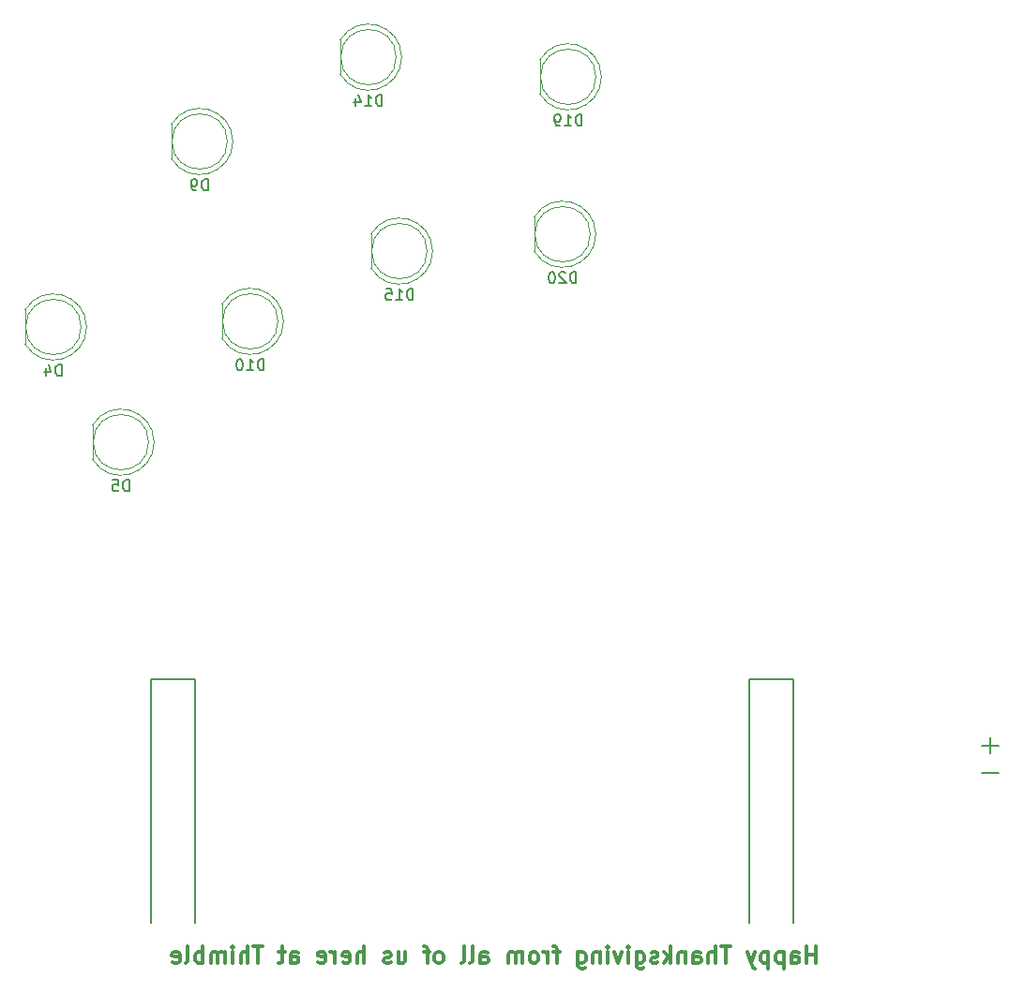
<source format=gbr>
G04 #@! TF.FileFunction,Legend,Bot*
%FSLAX46Y46*%
G04 Gerber Fmt 4.6, Leading zero omitted, Abs format (unit mm)*
G04 Created by KiCad (PCBNEW 4.0.6) date 11/09/17 18:16:21*
%MOMM*%
%LPD*%
G01*
G04 APERTURE LIST*
%ADD10C,0.100000*%
%ADD11C,0.200000*%
%ADD12C,0.300000*%
%ADD13C,0.120000*%
%ADD14C,0.150000*%
G04 APERTURE END LIST*
D10*
D11*
X191000000Y-131500000D02*
X192500000Y-131500000D01*
X191750000Y-128250000D02*
X191750000Y-129750000D01*
X191000000Y-129000000D02*
X192500000Y-129000000D01*
D12*
X176035714Y-148678571D02*
X176035714Y-147178571D01*
X176035714Y-147892857D02*
X175178571Y-147892857D01*
X175178571Y-148678571D02*
X175178571Y-147178571D01*
X173821428Y-148678571D02*
X173821428Y-147892857D01*
X173892857Y-147750000D01*
X174035714Y-147678571D01*
X174321428Y-147678571D01*
X174464285Y-147750000D01*
X173821428Y-148607143D02*
X173964285Y-148678571D01*
X174321428Y-148678571D01*
X174464285Y-148607143D01*
X174535714Y-148464286D01*
X174535714Y-148321429D01*
X174464285Y-148178571D01*
X174321428Y-148107143D01*
X173964285Y-148107143D01*
X173821428Y-148035714D01*
X173107142Y-147678571D02*
X173107142Y-149178571D01*
X173107142Y-147750000D02*
X172964285Y-147678571D01*
X172678571Y-147678571D01*
X172535714Y-147750000D01*
X172464285Y-147821429D01*
X172392856Y-147964286D01*
X172392856Y-148392857D01*
X172464285Y-148535714D01*
X172535714Y-148607143D01*
X172678571Y-148678571D01*
X172964285Y-148678571D01*
X173107142Y-148607143D01*
X171749999Y-147678571D02*
X171749999Y-149178571D01*
X171749999Y-147750000D02*
X171607142Y-147678571D01*
X171321428Y-147678571D01*
X171178571Y-147750000D01*
X171107142Y-147821429D01*
X171035713Y-147964286D01*
X171035713Y-148392857D01*
X171107142Y-148535714D01*
X171178571Y-148607143D01*
X171321428Y-148678571D01*
X171607142Y-148678571D01*
X171749999Y-148607143D01*
X170535713Y-147678571D02*
X170178570Y-148678571D01*
X169821428Y-147678571D02*
X170178570Y-148678571D01*
X170321428Y-149035714D01*
X170392856Y-149107143D01*
X170535713Y-149178571D01*
X168321428Y-147178571D02*
X167464285Y-147178571D01*
X167892856Y-148678571D02*
X167892856Y-147178571D01*
X166964285Y-148678571D02*
X166964285Y-147178571D01*
X166321428Y-148678571D02*
X166321428Y-147892857D01*
X166392857Y-147750000D01*
X166535714Y-147678571D01*
X166749999Y-147678571D01*
X166892857Y-147750000D01*
X166964285Y-147821429D01*
X164964285Y-148678571D02*
X164964285Y-147892857D01*
X165035714Y-147750000D01*
X165178571Y-147678571D01*
X165464285Y-147678571D01*
X165607142Y-147750000D01*
X164964285Y-148607143D02*
X165107142Y-148678571D01*
X165464285Y-148678571D01*
X165607142Y-148607143D01*
X165678571Y-148464286D01*
X165678571Y-148321429D01*
X165607142Y-148178571D01*
X165464285Y-148107143D01*
X165107142Y-148107143D01*
X164964285Y-148035714D01*
X164249999Y-147678571D02*
X164249999Y-148678571D01*
X164249999Y-147821429D02*
X164178571Y-147750000D01*
X164035713Y-147678571D01*
X163821428Y-147678571D01*
X163678571Y-147750000D01*
X163607142Y-147892857D01*
X163607142Y-148678571D01*
X162892856Y-148678571D02*
X162892856Y-147178571D01*
X162749999Y-148107143D02*
X162321428Y-148678571D01*
X162321428Y-147678571D02*
X162892856Y-148250000D01*
X161749999Y-148607143D02*
X161607142Y-148678571D01*
X161321427Y-148678571D01*
X161178570Y-148607143D01*
X161107142Y-148464286D01*
X161107142Y-148392857D01*
X161178570Y-148250000D01*
X161321427Y-148178571D01*
X161535713Y-148178571D01*
X161678570Y-148107143D01*
X161749999Y-147964286D01*
X161749999Y-147892857D01*
X161678570Y-147750000D01*
X161535713Y-147678571D01*
X161321427Y-147678571D01*
X161178570Y-147750000D01*
X159821427Y-147678571D02*
X159821427Y-148892857D01*
X159892856Y-149035714D01*
X159964284Y-149107143D01*
X160107141Y-149178571D01*
X160321427Y-149178571D01*
X160464284Y-149107143D01*
X159821427Y-148607143D02*
X159964284Y-148678571D01*
X160249998Y-148678571D01*
X160392856Y-148607143D01*
X160464284Y-148535714D01*
X160535713Y-148392857D01*
X160535713Y-147964286D01*
X160464284Y-147821429D01*
X160392856Y-147750000D01*
X160249998Y-147678571D01*
X159964284Y-147678571D01*
X159821427Y-147750000D01*
X159107141Y-148678571D02*
X159107141Y-147678571D01*
X159107141Y-147178571D02*
X159178570Y-147250000D01*
X159107141Y-147321429D01*
X159035713Y-147250000D01*
X159107141Y-147178571D01*
X159107141Y-147321429D01*
X158535712Y-147678571D02*
X158178569Y-148678571D01*
X157821427Y-147678571D01*
X157249998Y-148678571D02*
X157249998Y-147678571D01*
X157249998Y-147178571D02*
X157321427Y-147250000D01*
X157249998Y-147321429D01*
X157178570Y-147250000D01*
X157249998Y-147178571D01*
X157249998Y-147321429D01*
X156535712Y-147678571D02*
X156535712Y-148678571D01*
X156535712Y-147821429D02*
X156464284Y-147750000D01*
X156321426Y-147678571D01*
X156107141Y-147678571D01*
X155964284Y-147750000D01*
X155892855Y-147892857D01*
X155892855Y-148678571D01*
X154535712Y-147678571D02*
X154535712Y-148892857D01*
X154607141Y-149035714D01*
X154678569Y-149107143D01*
X154821426Y-149178571D01*
X155035712Y-149178571D01*
X155178569Y-149107143D01*
X154535712Y-148607143D02*
X154678569Y-148678571D01*
X154964283Y-148678571D01*
X155107141Y-148607143D01*
X155178569Y-148535714D01*
X155249998Y-148392857D01*
X155249998Y-147964286D01*
X155178569Y-147821429D01*
X155107141Y-147750000D01*
X154964283Y-147678571D01*
X154678569Y-147678571D01*
X154535712Y-147750000D01*
X152892855Y-147678571D02*
X152321426Y-147678571D01*
X152678569Y-148678571D02*
X152678569Y-147392857D01*
X152607141Y-147250000D01*
X152464283Y-147178571D01*
X152321426Y-147178571D01*
X151821426Y-148678571D02*
X151821426Y-147678571D01*
X151821426Y-147964286D02*
X151749998Y-147821429D01*
X151678569Y-147750000D01*
X151535712Y-147678571D01*
X151392855Y-147678571D01*
X150678569Y-148678571D02*
X150821427Y-148607143D01*
X150892855Y-148535714D01*
X150964284Y-148392857D01*
X150964284Y-147964286D01*
X150892855Y-147821429D01*
X150821427Y-147750000D01*
X150678569Y-147678571D01*
X150464284Y-147678571D01*
X150321427Y-147750000D01*
X150249998Y-147821429D01*
X150178569Y-147964286D01*
X150178569Y-148392857D01*
X150249998Y-148535714D01*
X150321427Y-148607143D01*
X150464284Y-148678571D01*
X150678569Y-148678571D01*
X149535712Y-148678571D02*
X149535712Y-147678571D01*
X149535712Y-147821429D02*
X149464284Y-147750000D01*
X149321426Y-147678571D01*
X149107141Y-147678571D01*
X148964284Y-147750000D01*
X148892855Y-147892857D01*
X148892855Y-148678571D01*
X148892855Y-147892857D02*
X148821426Y-147750000D01*
X148678569Y-147678571D01*
X148464284Y-147678571D01*
X148321426Y-147750000D01*
X148249998Y-147892857D01*
X148249998Y-148678571D01*
X145749998Y-148678571D02*
X145749998Y-147892857D01*
X145821427Y-147750000D01*
X145964284Y-147678571D01*
X146249998Y-147678571D01*
X146392855Y-147750000D01*
X145749998Y-148607143D02*
X145892855Y-148678571D01*
X146249998Y-148678571D01*
X146392855Y-148607143D01*
X146464284Y-148464286D01*
X146464284Y-148321429D01*
X146392855Y-148178571D01*
X146249998Y-148107143D01*
X145892855Y-148107143D01*
X145749998Y-148035714D01*
X144821426Y-148678571D02*
X144964284Y-148607143D01*
X145035712Y-148464286D01*
X145035712Y-147178571D01*
X144035712Y-148678571D02*
X144178570Y-148607143D01*
X144249998Y-148464286D01*
X144249998Y-147178571D01*
X142107141Y-148678571D02*
X142249999Y-148607143D01*
X142321427Y-148535714D01*
X142392856Y-148392857D01*
X142392856Y-147964286D01*
X142321427Y-147821429D01*
X142249999Y-147750000D01*
X142107141Y-147678571D01*
X141892856Y-147678571D01*
X141749999Y-147750000D01*
X141678570Y-147821429D01*
X141607141Y-147964286D01*
X141607141Y-148392857D01*
X141678570Y-148535714D01*
X141749999Y-148607143D01*
X141892856Y-148678571D01*
X142107141Y-148678571D01*
X141178570Y-147678571D02*
X140607141Y-147678571D01*
X140964284Y-148678571D02*
X140964284Y-147392857D01*
X140892856Y-147250000D01*
X140749998Y-147178571D01*
X140607141Y-147178571D01*
X138321427Y-147678571D02*
X138321427Y-148678571D01*
X138964284Y-147678571D02*
X138964284Y-148464286D01*
X138892856Y-148607143D01*
X138749998Y-148678571D01*
X138535713Y-148678571D01*
X138392856Y-148607143D01*
X138321427Y-148535714D01*
X137678570Y-148607143D02*
X137535713Y-148678571D01*
X137249998Y-148678571D01*
X137107141Y-148607143D01*
X137035713Y-148464286D01*
X137035713Y-148392857D01*
X137107141Y-148250000D01*
X137249998Y-148178571D01*
X137464284Y-148178571D01*
X137607141Y-148107143D01*
X137678570Y-147964286D01*
X137678570Y-147892857D01*
X137607141Y-147750000D01*
X137464284Y-147678571D01*
X137249998Y-147678571D01*
X137107141Y-147750000D01*
X135249998Y-148678571D02*
X135249998Y-147178571D01*
X134607141Y-148678571D02*
X134607141Y-147892857D01*
X134678570Y-147750000D01*
X134821427Y-147678571D01*
X135035712Y-147678571D01*
X135178570Y-147750000D01*
X135249998Y-147821429D01*
X133321427Y-148607143D02*
X133464284Y-148678571D01*
X133749998Y-148678571D01*
X133892855Y-148607143D01*
X133964284Y-148464286D01*
X133964284Y-147892857D01*
X133892855Y-147750000D01*
X133749998Y-147678571D01*
X133464284Y-147678571D01*
X133321427Y-147750000D01*
X133249998Y-147892857D01*
X133249998Y-148035714D01*
X133964284Y-148178571D01*
X132607141Y-148678571D02*
X132607141Y-147678571D01*
X132607141Y-147964286D02*
X132535713Y-147821429D01*
X132464284Y-147750000D01*
X132321427Y-147678571D01*
X132178570Y-147678571D01*
X131107142Y-148607143D02*
X131249999Y-148678571D01*
X131535713Y-148678571D01*
X131678570Y-148607143D01*
X131749999Y-148464286D01*
X131749999Y-147892857D01*
X131678570Y-147750000D01*
X131535713Y-147678571D01*
X131249999Y-147678571D01*
X131107142Y-147750000D01*
X131035713Y-147892857D01*
X131035713Y-148035714D01*
X131749999Y-148178571D01*
X128607142Y-148678571D02*
X128607142Y-147892857D01*
X128678571Y-147750000D01*
X128821428Y-147678571D01*
X129107142Y-147678571D01*
X129249999Y-147750000D01*
X128607142Y-148607143D02*
X128749999Y-148678571D01*
X129107142Y-148678571D01*
X129249999Y-148607143D01*
X129321428Y-148464286D01*
X129321428Y-148321429D01*
X129249999Y-148178571D01*
X129107142Y-148107143D01*
X128749999Y-148107143D01*
X128607142Y-148035714D01*
X128107142Y-147678571D02*
X127535713Y-147678571D01*
X127892856Y-147178571D02*
X127892856Y-148464286D01*
X127821428Y-148607143D01*
X127678570Y-148678571D01*
X127535713Y-148678571D01*
X126107142Y-147178571D02*
X125249999Y-147178571D01*
X125678570Y-148678571D02*
X125678570Y-147178571D01*
X124749999Y-148678571D02*
X124749999Y-147178571D01*
X124107142Y-148678571D02*
X124107142Y-147892857D01*
X124178571Y-147750000D01*
X124321428Y-147678571D01*
X124535713Y-147678571D01*
X124678571Y-147750000D01*
X124749999Y-147821429D01*
X123392856Y-148678571D02*
X123392856Y-147678571D01*
X123392856Y-147178571D02*
X123464285Y-147250000D01*
X123392856Y-147321429D01*
X123321428Y-147250000D01*
X123392856Y-147178571D01*
X123392856Y-147321429D01*
X122678570Y-148678571D02*
X122678570Y-147678571D01*
X122678570Y-147821429D02*
X122607142Y-147750000D01*
X122464284Y-147678571D01*
X122249999Y-147678571D01*
X122107142Y-147750000D01*
X122035713Y-147892857D01*
X122035713Y-148678571D01*
X122035713Y-147892857D02*
X121964284Y-147750000D01*
X121821427Y-147678571D01*
X121607142Y-147678571D01*
X121464284Y-147750000D01*
X121392856Y-147892857D01*
X121392856Y-148678571D01*
X120678570Y-148678571D02*
X120678570Y-147178571D01*
X120678570Y-147750000D02*
X120535713Y-147678571D01*
X120249999Y-147678571D01*
X120107142Y-147750000D01*
X120035713Y-147821429D01*
X119964284Y-147964286D01*
X119964284Y-148392857D01*
X120035713Y-148535714D01*
X120107142Y-148607143D01*
X120249999Y-148678571D01*
X120535713Y-148678571D01*
X120678570Y-148607143D01*
X119107141Y-148678571D02*
X119249999Y-148607143D01*
X119321427Y-148464286D01*
X119321427Y-147178571D01*
X117964285Y-148607143D02*
X118107142Y-148678571D01*
X118392856Y-148678571D01*
X118535713Y-148607143D01*
X118607142Y-148464286D01*
X118607142Y-147892857D01*
X118535713Y-147750000D01*
X118392856Y-147678571D01*
X118107142Y-147678571D01*
X117964285Y-147750000D01*
X117892856Y-147892857D01*
X117892856Y-148035714D01*
X118607142Y-148178571D01*
D11*
X174000000Y-123000000D02*
X170000000Y-123000000D01*
X174000000Y-145000000D02*
X174000000Y-123000000D01*
X116000000Y-123000000D02*
X120000000Y-123000000D01*
X170000000Y-145000000D02*
X170000000Y-123000000D01*
X116000000Y-145000000D02*
X116000000Y-123000000D01*
X120000000Y-145000000D02*
X120000000Y-123000000D01*
D13*
X110178000Y-91185538D02*
G75*
G02X104628000Y-92730830I-2990000J-462D01*
G01*
X110178000Y-91186462D02*
G75*
G03X104628000Y-89641170I-2990000J462D01*
G01*
X109688000Y-91186000D02*
G75*
G03X109688000Y-91186000I-2500000J0D01*
G01*
X104628000Y-92731000D02*
X104628000Y-89641000D01*
X116274000Y-101599538D02*
G75*
G02X110724000Y-103144830I-2990000J-462D01*
G01*
X116274000Y-101600462D02*
G75*
G03X110724000Y-100055170I-2990000J462D01*
G01*
X115784000Y-101600000D02*
G75*
G03X115784000Y-101600000I-2500000J0D01*
G01*
X110724000Y-103145000D02*
X110724000Y-100055000D01*
X123386000Y-74421538D02*
G75*
G02X117836000Y-75966830I-2990000J-462D01*
G01*
X123386000Y-74422462D02*
G75*
G03X117836000Y-72877170I-2990000J462D01*
G01*
X122896000Y-74422000D02*
G75*
G03X122896000Y-74422000I-2500000J0D01*
G01*
X117836000Y-75967000D02*
X117836000Y-72877000D01*
X127958000Y-90677538D02*
G75*
G02X122408000Y-92222830I-2990000J-462D01*
G01*
X127958000Y-90678462D02*
G75*
G03X122408000Y-89133170I-2990000J462D01*
G01*
X127468000Y-90678000D02*
G75*
G03X127468000Y-90678000I-2500000J0D01*
G01*
X122408000Y-92223000D02*
X122408000Y-89133000D01*
X138626000Y-66801538D02*
G75*
G02X133076000Y-68346830I-2990000J-462D01*
G01*
X138626000Y-66802462D02*
G75*
G03X133076000Y-65257170I-2990000J462D01*
G01*
X138136000Y-66802000D02*
G75*
G03X138136000Y-66802000I-2500000J0D01*
G01*
X133076000Y-68347000D02*
X133076000Y-65257000D01*
X141420000Y-84327538D02*
G75*
G02X135870000Y-85872830I-2990000J-462D01*
G01*
X141420000Y-84328462D02*
G75*
G03X135870000Y-82783170I-2990000J462D01*
G01*
X140930000Y-84328000D02*
G75*
G03X140930000Y-84328000I-2500000J0D01*
G01*
X135870000Y-85873000D02*
X135870000Y-82783000D01*
X156660000Y-68579538D02*
G75*
G02X151110000Y-70124830I-2990000J-462D01*
G01*
X156660000Y-68580462D02*
G75*
G03X151110000Y-67035170I-2990000J462D01*
G01*
X156170000Y-68580000D02*
G75*
G03X156170000Y-68580000I-2500000J0D01*
G01*
X151110000Y-70125000D02*
X151110000Y-67035000D01*
X156152000Y-82803538D02*
G75*
G02X150602000Y-84348830I-2990000J-462D01*
G01*
X156152000Y-82804462D02*
G75*
G03X150602000Y-81259170I-2990000J462D01*
G01*
X155662000Y-82804000D02*
G75*
G03X155662000Y-82804000I-2500000J0D01*
G01*
X150602000Y-84349000D02*
X150602000Y-81259000D01*
D14*
X107926095Y-95598381D02*
X107926095Y-94598381D01*
X107688000Y-94598381D01*
X107545142Y-94646000D01*
X107449904Y-94741238D01*
X107402285Y-94836476D01*
X107354666Y-95026952D01*
X107354666Y-95169810D01*
X107402285Y-95360286D01*
X107449904Y-95455524D01*
X107545142Y-95550762D01*
X107688000Y-95598381D01*
X107926095Y-95598381D01*
X106497523Y-94931714D02*
X106497523Y-95598381D01*
X106735619Y-94550762D02*
X106973714Y-95265048D01*
X106354666Y-95265048D01*
X114022095Y-106012381D02*
X114022095Y-105012381D01*
X113784000Y-105012381D01*
X113641142Y-105060000D01*
X113545904Y-105155238D01*
X113498285Y-105250476D01*
X113450666Y-105440952D01*
X113450666Y-105583810D01*
X113498285Y-105774286D01*
X113545904Y-105869524D01*
X113641142Y-105964762D01*
X113784000Y-106012381D01*
X114022095Y-106012381D01*
X112545904Y-105012381D02*
X113022095Y-105012381D01*
X113069714Y-105488571D01*
X113022095Y-105440952D01*
X112926857Y-105393333D01*
X112688761Y-105393333D01*
X112593523Y-105440952D01*
X112545904Y-105488571D01*
X112498285Y-105583810D01*
X112498285Y-105821905D01*
X112545904Y-105917143D01*
X112593523Y-105964762D01*
X112688761Y-106012381D01*
X112926857Y-106012381D01*
X113022095Y-105964762D01*
X113069714Y-105917143D01*
X121134095Y-78834381D02*
X121134095Y-77834381D01*
X120896000Y-77834381D01*
X120753142Y-77882000D01*
X120657904Y-77977238D01*
X120610285Y-78072476D01*
X120562666Y-78262952D01*
X120562666Y-78405810D01*
X120610285Y-78596286D01*
X120657904Y-78691524D01*
X120753142Y-78786762D01*
X120896000Y-78834381D01*
X121134095Y-78834381D01*
X120086476Y-78834381D02*
X119896000Y-78834381D01*
X119800761Y-78786762D01*
X119753142Y-78739143D01*
X119657904Y-78596286D01*
X119610285Y-78405810D01*
X119610285Y-78024857D01*
X119657904Y-77929619D01*
X119705523Y-77882000D01*
X119800761Y-77834381D01*
X119991238Y-77834381D01*
X120086476Y-77882000D01*
X120134095Y-77929619D01*
X120181714Y-78024857D01*
X120181714Y-78262952D01*
X120134095Y-78358190D01*
X120086476Y-78405810D01*
X119991238Y-78453429D01*
X119800761Y-78453429D01*
X119705523Y-78405810D01*
X119657904Y-78358190D01*
X119610285Y-78262952D01*
X126182286Y-95090381D02*
X126182286Y-94090381D01*
X125944191Y-94090381D01*
X125801333Y-94138000D01*
X125706095Y-94233238D01*
X125658476Y-94328476D01*
X125610857Y-94518952D01*
X125610857Y-94661810D01*
X125658476Y-94852286D01*
X125706095Y-94947524D01*
X125801333Y-95042762D01*
X125944191Y-95090381D01*
X126182286Y-95090381D01*
X124658476Y-95090381D02*
X125229905Y-95090381D01*
X124944191Y-95090381D02*
X124944191Y-94090381D01*
X125039429Y-94233238D01*
X125134667Y-94328476D01*
X125229905Y-94376095D01*
X124039429Y-94090381D02*
X123944190Y-94090381D01*
X123848952Y-94138000D01*
X123801333Y-94185619D01*
X123753714Y-94280857D01*
X123706095Y-94471333D01*
X123706095Y-94709429D01*
X123753714Y-94899905D01*
X123801333Y-94995143D01*
X123848952Y-95042762D01*
X123944190Y-95090381D01*
X124039429Y-95090381D01*
X124134667Y-95042762D01*
X124182286Y-94995143D01*
X124229905Y-94899905D01*
X124277524Y-94709429D01*
X124277524Y-94471333D01*
X124229905Y-94280857D01*
X124182286Y-94185619D01*
X124134667Y-94138000D01*
X124039429Y-94090381D01*
X136850286Y-71214381D02*
X136850286Y-70214381D01*
X136612191Y-70214381D01*
X136469333Y-70262000D01*
X136374095Y-70357238D01*
X136326476Y-70452476D01*
X136278857Y-70642952D01*
X136278857Y-70785810D01*
X136326476Y-70976286D01*
X136374095Y-71071524D01*
X136469333Y-71166762D01*
X136612191Y-71214381D01*
X136850286Y-71214381D01*
X135326476Y-71214381D02*
X135897905Y-71214381D01*
X135612191Y-71214381D02*
X135612191Y-70214381D01*
X135707429Y-70357238D01*
X135802667Y-70452476D01*
X135897905Y-70500095D01*
X134469333Y-70547714D02*
X134469333Y-71214381D01*
X134707429Y-70166762D02*
X134945524Y-70881048D01*
X134326476Y-70881048D01*
X139644286Y-88740381D02*
X139644286Y-87740381D01*
X139406191Y-87740381D01*
X139263333Y-87788000D01*
X139168095Y-87883238D01*
X139120476Y-87978476D01*
X139072857Y-88168952D01*
X139072857Y-88311810D01*
X139120476Y-88502286D01*
X139168095Y-88597524D01*
X139263333Y-88692762D01*
X139406191Y-88740381D01*
X139644286Y-88740381D01*
X138120476Y-88740381D02*
X138691905Y-88740381D01*
X138406191Y-88740381D02*
X138406191Y-87740381D01*
X138501429Y-87883238D01*
X138596667Y-87978476D01*
X138691905Y-88026095D01*
X137215714Y-87740381D02*
X137691905Y-87740381D01*
X137739524Y-88216571D01*
X137691905Y-88168952D01*
X137596667Y-88121333D01*
X137358571Y-88121333D01*
X137263333Y-88168952D01*
X137215714Y-88216571D01*
X137168095Y-88311810D01*
X137168095Y-88549905D01*
X137215714Y-88645143D01*
X137263333Y-88692762D01*
X137358571Y-88740381D01*
X137596667Y-88740381D01*
X137691905Y-88692762D01*
X137739524Y-88645143D01*
X154884286Y-72992381D02*
X154884286Y-71992381D01*
X154646191Y-71992381D01*
X154503333Y-72040000D01*
X154408095Y-72135238D01*
X154360476Y-72230476D01*
X154312857Y-72420952D01*
X154312857Y-72563810D01*
X154360476Y-72754286D01*
X154408095Y-72849524D01*
X154503333Y-72944762D01*
X154646191Y-72992381D01*
X154884286Y-72992381D01*
X153360476Y-72992381D02*
X153931905Y-72992381D01*
X153646191Y-72992381D02*
X153646191Y-71992381D01*
X153741429Y-72135238D01*
X153836667Y-72230476D01*
X153931905Y-72278095D01*
X152884286Y-72992381D02*
X152693810Y-72992381D01*
X152598571Y-72944762D01*
X152550952Y-72897143D01*
X152455714Y-72754286D01*
X152408095Y-72563810D01*
X152408095Y-72182857D01*
X152455714Y-72087619D01*
X152503333Y-72040000D01*
X152598571Y-71992381D01*
X152789048Y-71992381D01*
X152884286Y-72040000D01*
X152931905Y-72087619D01*
X152979524Y-72182857D01*
X152979524Y-72420952D01*
X152931905Y-72516190D01*
X152884286Y-72563810D01*
X152789048Y-72611429D01*
X152598571Y-72611429D01*
X152503333Y-72563810D01*
X152455714Y-72516190D01*
X152408095Y-72420952D01*
X154376286Y-87216381D02*
X154376286Y-86216381D01*
X154138191Y-86216381D01*
X153995333Y-86264000D01*
X153900095Y-86359238D01*
X153852476Y-86454476D01*
X153804857Y-86644952D01*
X153804857Y-86787810D01*
X153852476Y-86978286D01*
X153900095Y-87073524D01*
X153995333Y-87168762D01*
X154138191Y-87216381D01*
X154376286Y-87216381D01*
X153423905Y-86311619D02*
X153376286Y-86264000D01*
X153281048Y-86216381D01*
X153042952Y-86216381D01*
X152947714Y-86264000D01*
X152900095Y-86311619D01*
X152852476Y-86406857D01*
X152852476Y-86502095D01*
X152900095Y-86644952D01*
X153471524Y-87216381D01*
X152852476Y-87216381D01*
X152233429Y-86216381D02*
X152138190Y-86216381D01*
X152042952Y-86264000D01*
X151995333Y-86311619D01*
X151947714Y-86406857D01*
X151900095Y-86597333D01*
X151900095Y-86835429D01*
X151947714Y-87025905D01*
X151995333Y-87121143D01*
X152042952Y-87168762D01*
X152138190Y-87216381D01*
X152233429Y-87216381D01*
X152328667Y-87168762D01*
X152376286Y-87121143D01*
X152423905Y-87025905D01*
X152471524Y-86835429D01*
X152471524Y-86597333D01*
X152423905Y-86406857D01*
X152376286Y-86311619D01*
X152328667Y-86264000D01*
X152233429Y-86216381D01*
M02*

</source>
